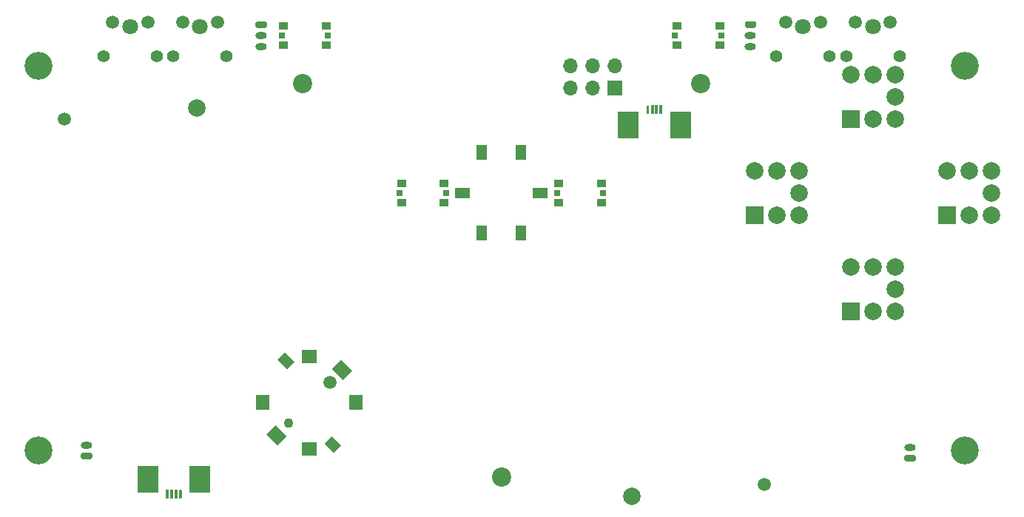
<source format=gbr>
G04 #@! TF.GenerationSoftware,KiCad,Pcbnew,(5.1.9)-1*
G04 #@! TF.CreationDate,2021-05-31T14:33:34+02:00*
G04 #@! TF.ProjectId,gamerino,67616d65-7269-46e6-9f2e-6b696361645f,01*
G04 #@! TF.SameCoordinates,Original*
G04 #@! TF.FileFunction,Soldermask,Top*
G04 #@! TF.FilePolarity,Negative*
%FSLAX46Y46*%
G04 Gerber Fmt 4.6, Leading zero omitted, Abs format (unit mm)*
G04 Created by KiCad (PCBNEW (5.1.9)-1) date 2021-05-31 14:33:34*
%MOMM*%
%LPD*%
G01*
G04 APERTURE LIST*
%ADD10O,1.300000X0.800000*%
%ADD11C,2.000000*%
%ADD12R,2.000000X2.000000*%
%ADD13C,2.200000*%
%ADD14R,2.400000X3.050000*%
%ADD15R,0.300000X1.000000*%
%ADD16R,1.800000X1.300000*%
%ADD17R,1.300000X1.800000*%
%ADD18R,0.700000X0.700000*%
%ADD19R,1.100000X0.900000*%
%ADD20C,3.200000*%
%ADD21R,1.800000X1.500000*%
%ADD22R,1.500000X1.800000*%
%ADD23C,0.100000*%
%ADD24C,1.500000*%
%ADD25C,1.100000*%
%ADD26C,1.400000*%
%ADD27C,1.800000*%
%ADD28R,1.700000X1.700000*%
%ADD29O,1.700000X1.700000*%
G04 APERTURE END LIST*
G36*
G01*
X185200000Y-108775000D02*
X184300000Y-108775000D01*
G75*
G02*
X184100000Y-108575000I0J200000D01*
G01*
X184100000Y-108175000D01*
G75*
G02*
X184300000Y-107975000I200000J0D01*
G01*
X185200000Y-107975000D01*
G75*
G02*
X185400000Y-108175000I0J-200000D01*
G01*
X185400000Y-108575000D01*
G75*
G02*
X185200000Y-108775000I-200000J0D01*
G01*
G37*
D10*
X184750000Y-107125000D03*
X90500000Y-106875000D03*
G36*
G01*
X90950000Y-108525000D02*
X90050000Y-108525000D01*
G75*
G02*
X89850000Y-108325000I0J200000D01*
G01*
X89850000Y-107925000D01*
G75*
G02*
X90050000Y-107725000I200000J0D01*
G01*
X90950000Y-107725000D01*
G75*
G02*
X91150000Y-107925000I0J-200000D01*
G01*
X91150000Y-108325000D01*
G75*
G02*
X90950000Y-108525000I-200000J0D01*
G01*
G37*
D11*
X194040000Y-78000000D03*
X191500000Y-75460000D03*
X191500000Y-80540000D03*
X194040000Y-75460000D03*
X194040000Y-80540000D03*
X188960000Y-75460000D03*
D12*
X188960000Y-80540000D03*
G36*
G01*
X166050000Y-58350000D02*
X166950000Y-58350000D01*
G75*
G02*
X167150000Y-58550000I0J-200000D01*
G01*
X167150000Y-58950000D01*
G75*
G02*
X166950000Y-59150000I-200000J0D01*
G01*
X166050000Y-59150000D01*
G75*
G02*
X165850000Y-58950000I0J200000D01*
G01*
X165850000Y-58550000D01*
G75*
G02*
X166050000Y-58350000I200000J0D01*
G01*
G37*
D10*
X166500000Y-60000000D03*
X166500000Y-61250000D03*
G36*
G01*
X110050000Y-58350000D02*
X110950000Y-58350000D01*
G75*
G02*
X111150000Y-58550000I0J-200000D01*
G01*
X111150000Y-58950000D01*
G75*
G02*
X110950000Y-59150000I-200000J0D01*
G01*
X110050000Y-59150000D01*
G75*
G02*
X109850000Y-58950000I0J200000D01*
G01*
X109850000Y-58550000D01*
G75*
G02*
X110050000Y-58350000I200000J0D01*
G01*
G37*
X110500000Y-60000000D03*
X110500000Y-61250000D03*
D13*
X138000000Y-110500000D03*
X115250000Y-65500000D03*
X160750000Y-65500000D03*
D14*
X152500000Y-70250000D03*
X158500000Y-70250000D03*
D15*
X156250000Y-68500000D03*
G36*
G01*
X154600000Y-68925000D02*
X154600000Y-68075000D01*
G75*
G02*
X154675000Y-68000000I75000J0D01*
G01*
X154825000Y-68000000D01*
G75*
G02*
X154900000Y-68075000I0J-75000D01*
G01*
X154900000Y-68925000D01*
G75*
G02*
X154825000Y-69000000I-75000J0D01*
G01*
X154675000Y-69000000D01*
G75*
G02*
X154600000Y-68925000I0J75000D01*
G01*
G37*
X155250000Y-68500000D03*
X155750000Y-68500000D03*
D14*
X103500000Y-110750000D03*
X97500000Y-110750000D03*
D15*
X99750000Y-112500000D03*
G36*
G01*
X101400000Y-112075000D02*
X101400000Y-112925000D01*
G75*
G02*
X101325000Y-113000000I-75000J0D01*
G01*
X101175000Y-113000000D01*
G75*
G02*
X101100000Y-112925000I0J75000D01*
G01*
X101100000Y-112075000D01*
G75*
G02*
X101175000Y-112000000I75000J0D01*
G01*
X101325000Y-112000000D01*
G75*
G02*
X101400000Y-112075000I0J-75000D01*
G01*
G37*
X100750000Y-112500000D03*
X100250000Y-112500000D03*
D16*
X133550000Y-78000000D03*
X142450000Y-78000000D03*
D17*
X140250000Y-82600000D03*
X140250000Y-73400000D03*
X135750000Y-73400000D03*
X135750000Y-82600000D03*
D18*
X157850000Y-60000000D03*
X163150000Y-60000000D03*
D19*
X158050000Y-58900000D03*
X162950000Y-58900000D03*
X158050000Y-61100000D03*
X162950000Y-61100000D03*
D18*
X112850000Y-60000000D03*
X118150000Y-60000000D03*
D19*
X113050000Y-58900000D03*
X117950000Y-58900000D03*
X113050000Y-61100000D03*
X117950000Y-61100000D03*
D18*
X144350000Y-78000000D03*
X149650000Y-78000000D03*
D19*
X144550000Y-76900000D03*
X149450000Y-76900000D03*
X144550000Y-79100000D03*
X149450000Y-79100000D03*
X131450000Y-79100000D03*
X126550000Y-79100000D03*
X131450000Y-76900000D03*
X126550000Y-76900000D03*
D18*
X131650000Y-78000000D03*
X126350000Y-78000000D03*
D20*
X85000000Y-107500000D03*
X85000000Y-63500000D03*
X191000000Y-63500000D03*
X191000000Y-107500000D03*
D21*
X116000000Y-96700000D03*
X116000000Y-107300000D03*
D22*
X110700000Y-102000000D03*
X121300000Y-102000000D03*
D23*
G36*
X118583274Y-98143934D02*
G01*
X119643934Y-97083274D01*
X120916726Y-98356066D01*
X119856066Y-99416726D01*
X118583274Y-98143934D01*
G37*
G36*
X111083274Y-105643934D02*
G01*
X112143934Y-104583274D01*
X113416726Y-105856066D01*
X112356066Y-106916726D01*
X111083274Y-105643934D01*
G37*
D24*
X118330000Y-99670000D03*
D25*
X113670000Y-104330000D03*
D23*
G36*
X113431066Y-98159594D02*
G01*
X112370406Y-97098934D01*
X113218934Y-96250406D01*
X114279594Y-97311066D01*
X113431066Y-98159594D01*
G37*
G36*
X118781066Y-107749594D02*
G01*
X117720406Y-106688934D01*
X118568934Y-105840406D01*
X119629594Y-106901066D01*
X118781066Y-107749594D01*
G37*
D24*
X168050000Y-111400000D03*
D11*
X152900000Y-112700000D03*
D24*
X87950000Y-69600000D03*
D11*
X103100000Y-68300000D03*
D24*
X97500000Y-58450000D03*
X93500000Y-58450000D03*
D26*
X98550000Y-62400000D03*
X92450000Y-62400000D03*
D27*
X95500000Y-59000000D03*
D24*
X101500000Y-58450000D03*
X105500000Y-58450000D03*
D26*
X100450000Y-62400000D03*
X106550000Y-62400000D03*
D27*
X103500000Y-59000000D03*
D24*
X170500000Y-58450000D03*
X174500000Y-58450000D03*
D26*
X169450000Y-62400000D03*
X175550000Y-62400000D03*
D27*
X172500000Y-59000000D03*
D24*
X182500000Y-58450000D03*
X178500000Y-58450000D03*
D26*
X183550000Y-62400000D03*
X177450000Y-62400000D03*
D27*
X180500000Y-59000000D03*
D11*
X183040000Y-67000000D03*
X180500000Y-64460000D03*
X180500000Y-69540000D03*
X183040000Y-64460000D03*
X183040000Y-69540000D03*
X177960000Y-64460000D03*
D12*
X177960000Y-69540000D03*
D11*
X183040000Y-89000000D03*
X180500000Y-86460000D03*
X180500000Y-91540000D03*
X183040000Y-86460000D03*
X183040000Y-91540000D03*
X177960000Y-86460000D03*
D12*
X177960000Y-91540000D03*
D11*
X172040000Y-78000000D03*
X169500000Y-75460000D03*
X169500000Y-80540000D03*
X172040000Y-75460000D03*
X172040000Y-80540000D03*
X166960000Y-75460000D03*
D12*
X166960000Y-80540000D03*
D28*
X151000000Y-66000000D03*
D29*
X151000000Y-63460000D03*
X148460000Y-66000000D03*
X148460000Y-63460000D03*
X145920000Y-66000000D03*
X145920000Y-63460000D03*
M02*

</source>
